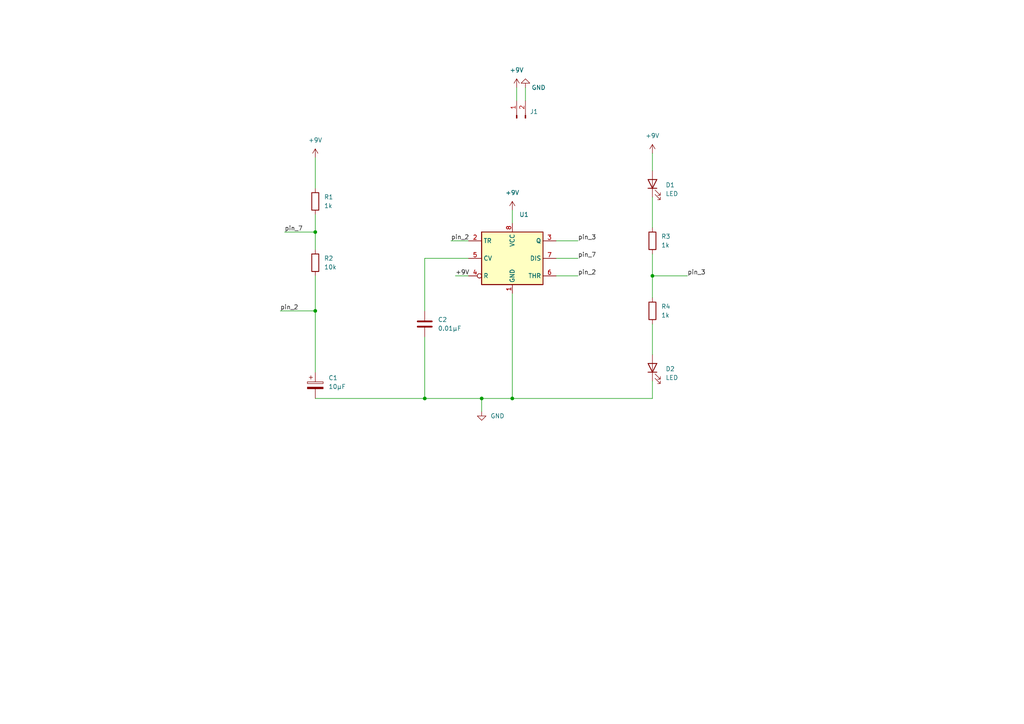
<source format=kicad_sch>
(kicad_sch (version 20211123) (generator eeschema)
  (paper "A4")
  (lib_symbols
    (symbol "Connector:Conn_01x02_Male" (pin_names (offset 1.016) hide)
      (property "Reference" "J" (at 0 2.54 0))
      (property "Value" "Conn_01x02_Male" (at 0 -5.08 0))
      (symbol "Conn_01x02_Male_1_1"
        (polyline (pts (xy 1.27 -2.54) (xy 0.8636 -2.54)) (stroke (width 0.1524)))
        (polyline (pts (xy 1.27 0) (xy 0.8636 0)) (stroke (width 0.1524)))
        (rectangle (start 0.8636 -2.413) (end 0 -2.667) (stroke (width 0.1524)) (fill (type outline)))
        (rectangle (start 0.8636 0.127) (end 0 -0.127) (stroke (width 0.1524)) (fill (type outline)))
        (pin passive line (at 5.08 0 180) (length 3.81) (name "Pin_1") (number "1"))
        (pin passive line (at 5.08 -2.54 180) (length 3.81) (name "Pin_2") (number "2"))
      )
    )
    (symbol "Device:C" (pin_numbers hide) (pin_names (offset 0.254))
      (property "Reference" "C" (at 0.635 2.54 0))
      (property "Value" "C" (at 0.635 -2.54 0))
      (symbol "C_0_1"
        (polyline (pts (xy -2.032 -0.762) (xy 2.032 -0.762)) (stroke (width 0.508)))
        (polyline (pts (xy -2.032 0.762) (xy 2.032 0.762)) (stroke (width 0.508)))
      )
      (symbol "C_1_1"
        (pin passive line (at 0 3.81 270) (length 2.794) (name "~") (number "1"))
        (pin passive line (at 0 -3.81 90) (length 2.794) (name "~") (number "2"))
      )
    )
    (symbol "Device:C_Polarized" (pin_numbers hide) (pin_names (offset 0.254))
      (property "Reference" "C" (at 0.635 2.54 0))
      (property "Value" "C_Polarized" (at 0.635 -2.54 0))
      (symbol "C_Polarized_0_1"
        (rectangle (start -2.286 0.508) (end 2.286 1.016))
        (polyline (pts (xy -1.778 2.286) (xy -0.762 2.286)))
        (polyline (pts (xy -1.27 2.794) (xy -1.27 1.778)))
        (rectangle (start 2.286 -0.508) (end -2.286 -1.016) (fill (type outline)))
      )
      (symbol "C_Polarized_1_1"
        (pin passive line (at 0 3.81 270) (length 2.794) (name "~") (number "1"))
        (pin passive line (at 0 -3.81 90) (length 2.794) (name "~") (number "2"))
      )
    )
    (symbol "Device:LED" (pin_numbers hide) (pin_names (offset 1.016) hide)
      (property "Reference" "D" (at 27.305 0.635 90))
      (property "Value" "LED" (at 32.385 0.635 90))
      (symbol "LED_0_1"
        (polyline (pts (xy 29.845 -0.635) (xy 29.845 1.905)))
        (polyline (pts (xy 31.115 -0.635) (xy 28.575 -0.635)) (stroke (width 0.254)))
        (polyline (pts (xy 31.115 1.905) (xy 28.575 1.905) (xy 29.845 -0.635) (xy 31.115 1.905)) (stroke (width 0.254)))
        (polyline (pts (xy 30.607 -2.413) (xy 32.131 -3.937) (xy 32.131 -3.175) (xy 32.131 -3.937) (xy 31.369 -3.937)))
        (polyline (pts (xy 30.607 -1.143) (xy 32.131 -2.667) (xy 32.131 -1.905) (xy 32.131 -2.667) (xy 31.369 -2.667)))
      )
      (symbol "LED_1_1"
        (pin passive line (at 29.845 -3.175 90) (length 2.54) (name "K") (number "1"))
        (pin passive line (at 29.845 4.445 270) (length 2.54) (name "A") (number "2"))
      )
    )
    (symbol "Device:R" (pin_numbers hide) (pin_names (offset 0))
      (property "Reference" "R" (at 16.002 11.43 90))
      (property "Value" "R" (at 13.97 11.43 90))
      (symbol "R_0_1"
        (rectangle (start 12.954 8.89) (end 14.986 13.97) (stroke (width 0.254)))
      )
      (symbol "R_1_1"
        (pin passive line (at 13.97 15.24 270) (length 1.27) (name "~") (number "1"))
        (pin passive line (at 13.97 7.62 90) (length 1.27) (name "~") (number "2"))
      )
    )
    (symbol "Timer:NE555D"
      (property "Reference" "U" (at -10.16 8.89 0))
      (property "Value" "NE555D" (at 2.54 8.89 0))
      (symbol "NE555D_0_0"
        (pin power_in line (at 0 -10.16 90) (length 2.54) (name "GND") (number "1"))
        (pin power_in line (at 0 10.16 270) (length 2.54) (name "VCC") (number "8"))
      )
      (symbol "NE555D_0_1"
        (rectangle (start -8.89 -7.62) (end 8.89 7.62) (stroke (width 0.254)) (fill (type background)))
        (rectangle (start -8.89 -7.62) (end 8.89 7.62) (stroke (width 0.254)) (fill (type background)))
      )
      (symbol "NE555D_1_1"
        (pin input line (at -12.7 5.08 0) (length 3.81) (name "TR") (number "2"))
        (pin output line (at 12.7 5.08 180) (length 3.81) (name "Q") (number "3"))
        (pin input inverted (at -12.7 -5.08 0) (length 3.81) (name "R") (number "4"))
        (pin input line (at -12.7 0 0) (length 3.81) (name "CV") (number "5"))
        (pin input line (at 12.7 -5.08 180) (length 3.81) (name "THR") (number "6"))
        (pin input line (at 12.7 0 180) (length 3.81) (name "DIS") (number "7"))
      )
    )
    (symbol "power:+9V" (power) (pin_names (offset 0))
      (property "Value" "+9V" (at 0 3.556 0))
      (symbol "+9V_0_1"
        (polyline (pts (xy -0.762 1.27) (xy 0 2.54)))
        (polyline (pts (xy 0 0) (xy 0 2.54)))
        (polyline (pts (xy 0 2.54) (xy 0.762 1.27)))
      )
      (symbol "+9V_1_1"
        (pin power_in line (at 0 0 90) (length 0) hide (name "+9V") (number "1"))
      )
    )
    (symbol "power:GND" (power) (pin_names (offset 0))
      (property "Value" "GND" (at 0 -3.81 0))
      (symbol "GND_0_1"
        (polyline (pts (xy 0 0) (xy 0 -1.27) (xy 1.27 -1.27) (xy 0 -2.54) (xy -1.27 -1.27) (xy 0 -1.27)))
      )
      (symbol "GND_1_1"
        (pin power_in line (at 0 0 270) (length 0) hide (name "GND") (number "1"))
      )
    )
  )
  (junction (at 189.23 80.01))
  (junction (at 123.19 115.57))
  (junction (at 148.59 115.57))
  (junction (at 139.7 115.57))
  (junction (at 91.44 90.17))
  (junction (at 91.44 67.31))
  (wire (pts (xy 189.23 73.66) (xy 189.23 80.01)))
  (wire (pts (xy 152.4 25.4) (xy 152.4 29.21)))
  (wire (pts (xy 148.59 115.57) (xy 189.23 115.57)))
  (wire (pts (xy 91.44 80.01) (xy 91.44 90.17)))
  (wire (pts (xy 161.29 69.85) (xy 167.64 69.85)))
  (wire (pts (xy 130.81 69.85) (xy 135.89 69.85)))
  (wire (pts (xy 189.23 80.01) (xy 189.23 86.36)))
  (wire (pts (xy 123.19 74.93) (xy 123.19 90.17)))
  (wire (pts (xy 91.44 62.23) (xy 91.44 67.31)))
  (wire (pts (xy 91.44 115.57) (xy 123.19 115.57)))
  (wire (pts (xy 139.7 115.57) (xy 148.59 115.57)))
  (wire (pts (xy 149.86 25.4) (xy 149.86 29.21)))
  (wire (pts (xy 81.28 90.17) (xy 91.44 90.17)))
  (wire (pts (xy 91.44 45.72) (xy 91.44 54.61)))
  (wire (pts (xy 189.23 115.57) (xy 189.23 110.49)))
  (wire (pts (xy 189.23 44.45) (xy 189.23 49.53)))
  (wire (pts (xy 161.29 74.93) (xy 167.64 74.93)))
  (wire (pts (xy 91.44 67.31) (xy 91.44 72.39)))
  (wire (pts (xy 132.08 80.01) (xy 135.89 80.01)))
  (wire (pts (xy 139.7 115.57) (xy 139.7 119.38)))
  (wire (pts (xy 148.59 60.96) (xy 148.59 64.77)))
  (wire (pts (xy 91.44 90.17) (xy 91.44 107.95)))
  (wire (pts (xy 189.23 80.01) (xy 199.39 80.01)))
  (wire (pts (xy 135.89 74.93) (xy 123.19 74.93)))
  (wire (pts (xy 123.19 115.57) (xy 139.7 115.57)))
  (wire (pts (xy 161.29 80.01) (xy 167.64 80.01)))
  (wire (pts (xy 189.23 57.15) (xy 189.23 66.04)))
  (wire (pts (xy 82.55 67.31) (xy 91.44 67.31)))
  (wire (pts (xy 148.59 85.09) (xy 148.59 115.57)))
  (wire (pts (xy 123.19 115.57) (xy 123.19 97.79)))
  (wire (pts (xy 189.23 93.98) (xy 189.23 102.87)))
  (label "pin_3" (at 199.39 80.01 0))
  (label "pin_7" (at 167.64 74.93 0))
  (label "pin_2" (at 81.28 90.17 0))
  (label "pin_2" (at 167.64 80.01 0))
  (label "pin_2" (at 130.81 69.85 0))
  (label "pin_7" (at 82.55 67.31 0))
  (label "pin_3" (at 167.64 69.85 0))
  (label "+9V" (at 132.08 80.01 0))
  (symbol (lib_id "power:GND") (at 152.4 25.4 180) (unit 1)
    (property "Reference" "#PWR0105" (effects hide))
    (property "Value" "GND" (at 156.21 25.4 0))
  )
  (symbol (lib_id "power:+9V") (at 189.23 44.45 0) (unit 1)
    (property "Reference" "#PWR0103" (effects hide))
    (property "Value" "+9V" (at 189.23 39.37 0))
  )
  (symbol (lib_id "power:+9V") (at 91.44 45.72 0) (unit 1)
    (property "Reference" "#PWR0101" (effects hide))
    (property "Value" "+9V" (at 91.44 40.64 0))
  )
  (symbol (lib_id "Connector:Conn_01x02_Male") (at 149.86 34.29 90) (unit 1)
    (property "Reference" "J1" (at 153.67 32.3849 90) (effects (justify right)))
    (property "Value" " " (at 153.67 34.9249 90) (effects (justify right)))
    (property "Footprint" "TerminalBlock:TerminalBlock_bornier-2_P5.08mm" (effects hide))
  )
  (symbol (lib_id "Device:LED") (at 159.385 53.975 0) (unit 1)
    (property "Reference" "D1" (at 193.04 53.6574 0) (effects (justify left)))
    (property "Value" "LED" (at 193.04 56.1974 0) (effects (justify left)))
    (property "Footprint" "LED_SMD:LED_1206_3216Metric_Pad1.42x1.75mm_HandSolder" (effects hide))
  )
  (symbol (lib_id "power:GND") (at 139.7 119.38 0) (unit 1)
    (property "Reference" "#PWR0102" (effects hide))
    (property "Value" "GND" (at 142.24 120.6499 0) (effects (justify left)))
  )
  (symbol (lib_id "Device:C_Polarized") (at 91.44 111.76 0) (unit 1)
    (property "Reference" "C1" (at 95.25 109.6009 0) (effects (justify left)))
    (property "Value" "10µF" (at 95.25 112.1409 0) (effects (justify left)))
    (property "Footprint" "Capacitor_Tantalum_SMD:CP_EIA-3216-18_Kemet-A_Pad1.58x1.35mm_HandSolder" (effects hide))
  )
  (symbol (lib_id "Device:R") (at 77.47 87.63 0) (unit 1)
    (property "Reference" "R2" (at 93.98 74.9299 0) (effects (justify left)))
    (property "Value" "10k" (at 93.98 77.4699 0) (effects (justify left)))
    (property "Footprint" "Resistor_SMD:R_0805_2012Metric_Pad1.20x1.40mm_HandSolder" (effects hide))
  )
  (symbol (lib_id "power:+9V") (at 149.86 25.4 0) (unit 1)
    (property "Reference" "#PWR0104" (effects hide))
    (property "Value" "+9V" (at 149.86 20.32 0))
  )
  (symbol (lib_id "power:+9V") (at 148.59 60.96 0) (unit 1)
    (property "Reference" "#PWR0106" (effects hide))
    (property "Value" "+9V" (at 148.59 55.88 0))
  )
  (symbol (lib_id "Device:R") (at 175.26 81.28 0) (unit 1)
    (property "Reference" "R3" (at 191.77 68.5799 0) (effects (justify left)))
    (property "Value" "1k" (at 191.77 71.1199 0) (effects (justify left)))
    (property "Footprint" "Resistor_SMD:R_0805_2012Metric_Pad1.20x1.40mm_HandSolder" (effects hide))
  )
  (symbol (lib_id "Timer:NE555D") (at 148.59 74.93 0) (unit 1)
    (property "Reference" "U1" (at 150.6094 62.23 0) (effects (justify left)))
    (property "Value" " " (at 150.6094 64.77 0) (effects (justify left)))
    (property "Footprint" "Package_SO:SOIC-8_3.9x4.9mm_P1.27mm" (effects hide))
    (property "Datasheet" "http://www.ti.com/lit/ds/symlink/ne555.pdf" (effects hide))
  )
  (symbol (lib_id "Device:C") (at 123.19 93.98 0) (unit 1)
    (property "Reference" "C2" (at 127 92.7099 0) (effects (justify left)))
    (property "Value" "0.01µF" (at 127 95.2499 0) (effects (justify left)))
    (property "Footprint" "Capacitor_SMD:C_0805_2012Metric_Pad1.18x1.45mm_HandSolder" (effects hide))
  )
  (symbol (lib_id "Device:LED") (at 159.385 107.315 0) (unit 1)
    (property "Reference" "D2" (at 193.04 106.9974 0) (effects (justify left)))
    (property "Value" "LED" (at 193.04 109.5374 0) (effects (justify left)))
    (property "Footprint" "LED_SMD:LED_1206_3216Metric_Pad1.42x1.75mm_HandSolder" (effects hide))
  )
  (symbol (lib_id "Device:R") (at 77.47 69.85 0) (unit 1)
    (property "Reference" "R1" (at 93.98 57.1499 0) (effects (justify left)))
    (property "Value" "1k" (at 93.98 59.6899 0) (effects (justify left)))
    (property "Footprint" "Resistor_SMD:R_0805_2012Metric_Pad1.20x1.40mm_HandSolder" (effects hide))
  )
  (symbol (lib_id "Device:R") (at 175.26 101.6 0) (unit 1)
    (property "Reference" "R4" (at 191.77 88.8999 0) (effects (justify left)))
    (property "Value" "1k" (at 191.77 91.4399 0) (effects (justify left)))
    (property "Footprint" "Resistor_SMD:R_0805_2012Metric_Pad1.20x1.40mm_HandSolder" (effects hide))
  )
)
</source>
